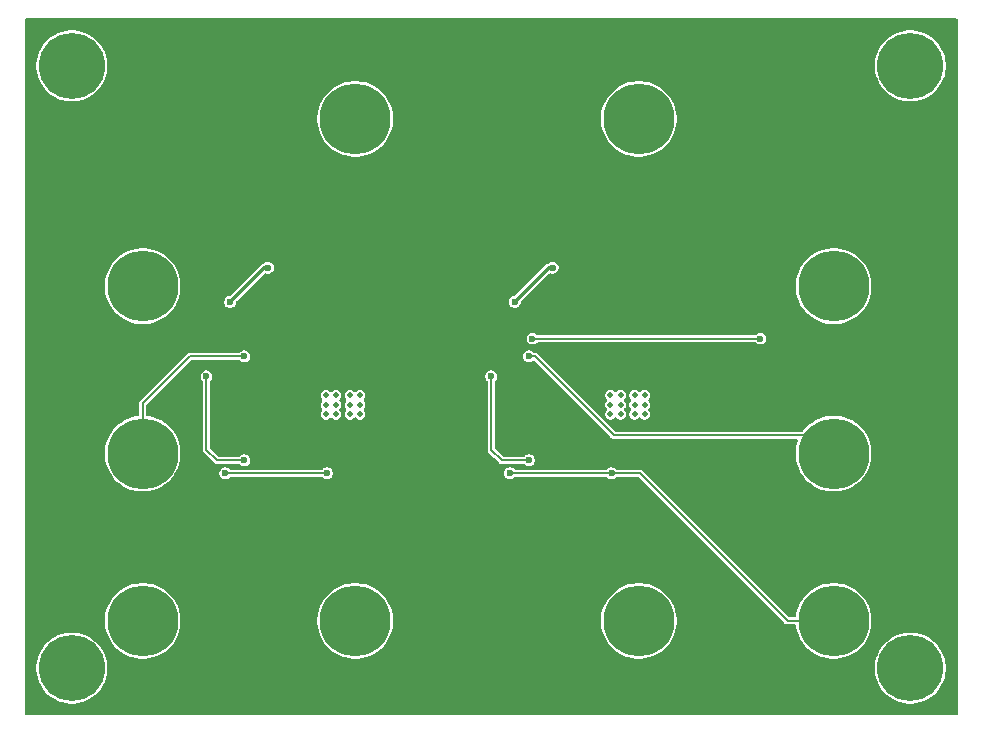
<source format=gbl>
%TF.GenerationSoftware,KiCad,Pcbnew,9.0.4*%
%TF.CreationDate,2025-10-02T17:53:37-07:00*%
%TF.ProjectId,PowerBoard,506f7765-7242-46f6-9172-642e6b696361,1*%
%TF.SameCoordinates,Original*%
%TF.FileFunction,Copper,L4,Bot*%
%TF.FilePolarity,Positive*%
%FSLAX46Y46*%
G04 Gerber Fmt 4.6, Leading zero omitted, Abs format (unit mm)*
G04 Created by KiCad (PCBNEW 9.0.4) date 2025-10-02 17:53:37*
%MOMM*%
%LPD*%
G01*
G04 APERTURE LIST*
%TA.AperFunction,ComponentPad*%
%ADD10C,0.499999*%
%TD*%
%TA.AperFunction,ComponentPad*%
%ADD11C,6.000000*%
%TD*%
%TA.AperFunction,ComponentPad*%
%ADD12C,5.600000*%
%TD*%
%TA.AperFunction,ViaPad*%
%ADD13C,0.600000*%
%TD*%
%TA.AperFunction,ViaPad*%
%ADD14C,0.500000*%
%TD*%
%TA.AperFunction,Conductor*%
%ADD15C,0.200000*%
%TD*%
%TA.AperFunction,Conductor*%
%ADD16C,0.300000*%
%TD*%
G04 APERTURE END LIST*
D10*
%TO.P,U12,24,IN*%
%TO.N,/Main/batt1_load_sw/IN*%
X161006446Y-106506750D03*
X161006446Y-105706751D03*
X161006446Y-104906750D03*
X160146445Y-106506750D03*
X160146445Y-105706751D03*
X160146445Y-104906750D03*
X158966447Y-106506750D03*
X158966447Y-105706751D03*
X158966447Y-104906750D03*
X158106446Y-106506750D03*
X158106446Y-105706751D03*
X158106446Y-104906750D03*
%TD*%
D11*
%TO.P,TP9,1,1*%
%TO.N,/Main/batt2_load_sw/IN*%
X136500000Y-124000000D03*
%TD*%
D12*
%TO.P,H1,1*%
%TO.N,N/C*%
X112500000Y-77000000D03*
%TD*%
D11*
%TO.P,TP11,1,1*%
%TO.N,VBUS*%
X136500000Y-81500000D03*
%TD*%
%TO.P,TP12,1,1*%
%TO.N,GND*%
X118500000Y-81500000D03*
%TD*%
%TO.P,TP7,1,1*%
%TO.N,/Main/batt1_load_sw/IN*%
X160500000Y-124000000D03*
%TD*%
D12*
%TO.P,H7,1*%
%TO.N,N/C*%
X183500000Y-128000000D03*
%TD*%
D11*
%TO.P,,1,1*%
%TO.N,GND*%
X177000000Y-81500000D03*
%TD*%
D12*
%TO.P,H2,1*%
%TO.N,N/C*%
X183500000Y-77000000D03*
%TD*%
D11*
%TO.P,TP15,1,1*%
%TO.N,/Main/BATT2.PGOOD*%
X118500000Y-124000000D03*
%TD*%
%TO.P,TP24,1,1*%
%TO.N,/Main/BATT1.EN*%
X177000000Y-95666667D03*
%TD*%
%TO.P,TP8,1,1*%
%TO.N,GND*%
X148500000Y-124000000D03*
%TD*%
%TO.P,TP19,1,1*%
%TO.N,/Main/BATT1.FLTn*%
X177000000Y-109833333D03*
%TD*%
%TO.P,TP20,1,1*%
%TO.N,/Main/BATT2.FLTn*%
X118500000Y-109833333D03*
%TD*%
%TO.P,TP11,1,1*%
%TO.N,N/C*%
X160500000Y-81500000D03*
%TD*%
D10*
%TO.P,U14,24,IN*%
%TO.N,/Main/batt2_load_sw/IN*%
X136906446Y-106506750D03*
X136906446Y-105706751D03*
X136906446Y-104906750D03*
X136046445Y-106506750D03*
X136046445Y-105706751D03*
X136046445Y-104906750D03*
X134866447Y-106506750D03*
X134866447Y-105706751D03*
X134866447Y-104906750D03*
X134006446Y-106506750D03*
X134006446Y-105706751D03*
X134006446Y-104906750D03*
%TD*%
D12*
%TO.P,H3,1*%
%TO.N,N/C*%
X112500000Y-128000000D03*
%TD*%
D11*
%TO.P,TP14,1,1*%
%TO.N,/Main/BATT1.PGOOD*%
X177000000Y-124000000D03*
%TD*%
%TO.P,TP25,1,1*%
%TO.N,/Main/BATT2.EN*%
X118500000Y-95666667D03*
%TD*%
D13*
%TO.N,GND*%
X171700000Y-94000000D03*
X171700000Y-95000000D03*
X147500000Y-94000000D03*
X147500000Y-95000000D03*
X131600000Y-90000000D03*
X131600000Y-96000000D03*
X155800000Y-90000000D03*
X155800000Y-96000000D03*
X156300000Y-110300000D03*
X132100000Y-110200000D03*
X169900000Y-101300000D03*
X125800000Y-99000000D03*
X149600000Y-99000000D03*
X170000000Y-90900000D03*
X126500000Y-93100000D03*
D14*
X128000000Y-109300000D03*
D13*
X145900000Y-90900000D03*
X169900000Y-98100000D03*
X141100000Y-101800000D03*
D14*
X152100000Y-109300000D03*
D13*
X126900000Y-113200000D03*
X149600000Y-98000000D03*
D14*
X152100000Y-104600000D03*
D13*
X139500000Y-103400000D03*
X165200000Y-101800000D03*
D14*
X128000000Y-104600000D03*
D13*
X125800000Y-98000000D03*
D14*
X128000000Y-106100000D03*
D13*
X169900000Y-103000000D03*
X145800000Y-103000000D03*
X145800000Y-98100000D03*
X163600000Y-103400000D03*
D14*
X152100000Y-106100000D03*
X152100000Y-102900000D03*
D13*
X151000000Y-113200000D03*
D14*
X128000000Y-102900000D03*
D13*
X150500000Y-93100000D03*
X145800000Y-101300000D03*
%TO.N,/Main/batt1_load_sw/EN_UVLO*%
X170800000Y-100100000D03*
X151500000Y-100100000D03*
%TO.N,Net-(U13-VS)*%
X153216447Y-94100000D03*
X150000000Y-97000000D03*
%TO.N,Net-(U15-VS)*%
X125900000Y-97000000D03*
X129116447Y-94100000D03*
%TO.N,/Main/BATT1.PGOOD*%
X158200000Y-111500000D03*
X149600000Y-111500000D03*
%TO.N,/Main/BATT1.FLTn*%
X151200000Y-101600000D03*
%TO.N,/Main/BATT2.PGOOD*%
X125500000Y-111500000D03*
X134100000Y-111500000D03*
%TO.N,/Main/BATT2.FLTn*%
X127100000Y-101600000D03*
%TO.N,/Main/batt1_load_sw/V_PULLUP*%
X148000000Y-103300000D03*
X151200000Y-110400000D03*
%TO.N,/Main/batt2_load_sw/V_PULLUP*%
X127100000Y-110400000D03*
X123900000Y-103300000D03*
%TD*%
D15*
%TO.N,/Main/batt1_load_sw/EN_UVLO*%
X170800000Y-100100000D02*
X151500000Y-100100000D01*
D16*
%TO.N,Net-(U13-VS)*%
X150000000Y-97000000D02*
X152900000Y-94100000D01*
X152900000Y-94100000D02*
X153216447Y-94100000D01*
%TO.N,Net-(U15-VS)*%
X125900000Y-97000000D02*
X128800000Y-94100000D01*
X128800000Y-94100000D02*
X129116447Y-94100000D01*
D15*
%TO.N,/Main/BATT1.PGOOD*%
X158200000Y-111500000D02*
X160600000Y-111500000D01*
X160600000Y-111500000D02*
X173100000Y-124000000D01*
X149600000Y-111500000D02*
X158200000Y-111500000D01*
X173100000Y-124000000D02*
X177000000Y-124000000D01*
%TO.N,/Main/BATT1.FLTn*%
X151700000Y-101600000D02*
X158400000Y-108300000D01*
X158400000Y-108300000D02*
X175700000Y-108300000D01*
X175700000Y-108300000D02*
X177000000Y-107000000D01*
X151200000Y-101600000D02*
X151700000Y-101600000D01*
%TO.N,/Main/BATT2.PGOOD*%
X125500000Y-111500000D02*
X134100000Y-111500000D01*
%TO.N,/Main/BATT2.FLTn*%
X127100000Y-101600000D02*
X122490693Y-101600000D01*
X118500000Y-105590693D02*
X118500000Y-109833333D01*
X122490693Y-101600000D02*
X118500000Y-105590693D01*
%TO.N,/Main/batt1_load_sw/V_PULLUP*%
X148000000Y-109514867D02*
X148885133Y-110400000D01*
X148000000Y-103300000D02*
X148000000Y-109514867D01*
X148885133Y-110400000D02*
X151200000Y-110400000D01*
%TO.N,/Main/batt2_load_sw/V_PULLUP*%
X123900000Y-103300000D02*
X123900000Y-109514867D01*
X124785133Y-110400000D02*
X127100000Y-110400000D01*
X123900000Y-109514867D02*
X124785133Y-110400000D01*
%TD*%
%TA.AperFunction,Conductor*%
%TO.N,GND*%
G36*
X187442539Y-73020185D02*
G01*
X187488294Y-73072989D01*
X187499500Y-73124500D01*
X187499500Y-131875500D01*
X187479815Y-131942539D01*
X187427011Y-131988294D01*
X187375500Y-131999500D01*
X108624500Y-131999500D01*
X108557461Y-131979815D01*
X108511706Y-131927011D01*
X108500500Y-131875500D01*
X108500500Y-127831491D01*
X109499500Y-127831491D01*
X109499500Y-128168508D01*
X109537231Y-128503381D01*
X109537233Y-128503397D01*
X109612223Y-128831953D01*
X109612227Y-128831965D01*
X109723532Y-129150054D01*
X109869752Y-129453683D01*
X109869754Y-129453686D01*
X110049054Y-129739039D01*
X110259175Y-130002523D01*
X110497477Y-130240825D01*
X110760961Y-130450946D01*
X111046314Y-130630246D01*
X111349949Y-130776469D01*
X111588848Y-130860063D01*
X111668034Y-130887772D01*
X111668046Y-130887776D01*
X111996606Y-130962767D01*
X112331492Y-131000499D01*
X112331493Y-131000500D01*
X112331496Y-131000500D01*
X112668507Y-131000500D01*
X112668507Y-131000499D01*
X113003394Y-130962767D01*
X113331954Y-130887776D01*
X113650051Y-130776469D01*
X113953686Y-130630246D01*
X114239039Y-130450946D01*
X114502523Y-130240825D01*
X114740825Y-130002523D01*
X114950946Y-129739039D01*
X115130246Y-129453686D01*
X115276469Y-129150051D01*
X115387776Y-128831954D01*
X115462767Y-128503394D01*
X115500500Y-128168504D01*
X115500500Y-127831496D01*
X115500499Y-127831491D01*
X180499500Y-127831491D01*
X180499500Y-128168508D01*
X180537231Y-128503381D01*
X180537233Y-128503397D01*
X180612223Y-128831953D01*
X180612227Y-128831965D01*
X180723532Y-129150054D01*
X180869752Y-129453683D01*
X180869754Y-129453686D01*
X181049054Y-129739039D01*
X181259175Y-130002523D01*
X181497477Y-130240825D01*
X181760961Y-130450946D01*
X182046314Y-130630246D01*
X182349949Y-130776469D01*
X182588848Y-130860063D01*
X182668034Y-130887772D01*
X182668046Y-130887776D01*
X182996606Y-130962767D01*
X183331492Y-131000499D01*
X183331493Y-131000500D01*
X183331496Y-131000500D01*
X183668507Y-131000500D01*
X183668507Y-131000499D01*
X184003394Y-130962767D01*
X184331954Y-130887776D01*
X184650051Y-130776469D01*
X184953686Y-130630246D01*
X185239039Y-130450946D01*
X185502523Y-130240825D01*
X185740825Y-130002523D01*
X185950946Y-129739039D01*
X186130246Y-129453686D01*
X186276469Y-129150051D01*
X186387776Y-128831954D01*
X186462767Y-128503394D01*
X186500500Y-128168504D01*
X186500500Y-127831496D01*
X186462767Y-127496606D01*
X186387776Y-127168046D01*
X186385048Y-127160251D01*
X186315514Y-126961534D01*
X186276469Y-126849949D01*
X186130246Y-126546314D01*
X185950946Y-126260961D01*
X185740825Y-125997477D01*
X185502523Y-125759175D01*
X185239039Y-125549054D01*
X184953686Y-125369754D01*
X184953683Y-125369752D01*
X184650054Y-125223532D01*
X184331965Y-125112227D01*
X184331953Y-125112223D01*
X184003397Y-125037233D01*
X184003381Y-125037231D01*
X183668508Y-124999500D01*
X183668504Y-124999500D01*
X183331496Y-124999500D01*
X183331491Y-124999500D01*
X182996618Y-125037231D01*
X182996602Y-125037233D01*
X182668046Y-125112223D01*
X182668034Y-125112227D01*
X182349945Y-125223532D01*
X182046316Y-125369752D01*
X181760962Y-125549053D01*
X181497477Y-125759174D01*
X181259174Y-125997477D01*
X181049053Y-126260962D01*
X180869752Y-126546316D01*
X180723532Y-126849945D01*
X180612227Y-127168034D01*
X180612223Y-127168046D01*
X180537233Y-127496602D01*
X180537231Y-127496618D01*
X180499500Y-127831491D01*
X115500499Y-127831491D01*
X115462767Y-127496606D01*
X115387776Y-127168046D01*
X115385048Y-127160251D01*
X115315514Y-126961534D01*
X115276469Y-126849949D01*
X115130246Y-126546314D01*
X114950946Y-126260961D01*
X114740825Y-125997477D01*
X114502523Y-125759175D01*
X114239039Y-125549054D01*
X113953686Y-125369754D01*
X113953683Y-125369752D01*
X113650054Y-125223532D01*
X113331965Y-125112227D01*
X113331953Y-125112223D01*
X113003397Y-125037233D01*
X113003381Y-125037231D01*
X112668508Y-124999500D01*
X112668504Y-124999500D01*
X112331496Y-124999500D01*
X112331491Y-124999500D01*
X111996618Y-125037231D01*
X111996602Y-125037233D01*
X111668046Y-125112223D01*
X111668034Y-125112227D01*
X111349945Y-125223532D01*
X111046316Y-125369752D01*
X110760962Y-125549053D01*
X110497477Y-125759174D01*
X110259174Y-125997477D01*
X110049053Y-126260962D01*
X109869752Y-126546316D01*
X109723532Y-126849945D01*
X109612227Y-127168034D01*
X109612223Y-127168046D01*
X109537233Y-127496602D01*
X109537231Y-127496618D01*
X109499500Y-127831491D01*
X108500500Y-127831491D01*
X108500500Y-123820259D01*
X115299500Y-123820259D01*
X115299500Y-124179740D01*
X115339746Y-124536935D01*
X115339748Y-124536951D01*
X115419737Y-124887407D01*
X115419741Y-124887419D01*
X115538465Y-125226711D01*
X115694432Y-125550579D01*
X115694434Y-125550582D01*
X115885685Y-125854956D01*
X116109812Y-126136003D01*
X116363997Y-126390188D01*
X116645044Y-126614315D01*
X116949418Y-126805566D01*
X117273292Y-126961536D01*
X117528119Y-127050703D01*
X117612580Y-127080258D01*
X117612592Y-127080262D01*
X117963052Y-127160252D01*
X118320260Y-127200499D01*
X118320261Y-127200500D01*
X118320264Y-127200500D01*
X118679739Y-127200500D01*
X118679739Y-127200499D01*
X119036948Y-127160252D01*
X119387408Y-127080262D01*
X119726708Y-126961536D01*
X120050582Y-126805566D01*
X120354956Y-126614315D01*
X120636003Y-126390188D01*
X120890188Y-126136003D01*
X121114315Y-125854956D01*
X121305566Y-125550582D01*
X121461536Y-125226708D01*
X121580262Y-124887408D01*
X121660252Y-124536948D01*
X121700500Y-124179736D01*
X121700500Y-123820264D01*
X121700499Y-123820259D01*
X133299500Y-123820259D01*
X133299500Y-124179740D01*
X133339746Y-124536935D01*
X133339748Y-124536951D01*
X133419737Y-124887407D01*
X133419741Y-124887419D01*
X133538465Y-125226711D01*
X133694432Y-125550579D01*
X133694434Y-125550582D01*
X133885685Y-125854956D01*
X134109812Y-126136003D01*
X134363997Y-126390188D01*
X134645044Y-126614315D01*
X134949418Y-126805566D01*
X135273292Y-126961536D01*
X135528119Y-127050703D01*
X135612580Y-127080258D01*
X135612592Y-127080262D01*
X135963052Y-127160252D01*
X136320260Y-127200499D01*
X136320261Y-127200500D01*
X136320264Y-127200500D01*
X136679739Y-127200500D01*
X136679739Y-127200499D01*
X137036948Y-127160252D01*
X137387408Y-127080262D01*
X137726708Y-126961536D01*
X138050582Y-126805566D01*
X138354956Y-126614315D01*
X138636003Y-126390188D01*
X138890188Y-126136003D01*
X139114315Y-125854956D01*
X139305566Y-125550582D01*
X139461536Y-125226708D01*
X139580262Y-124887408D01*
X139660252Y-124536948D01*
X139700500Y-124179736D01*
X139700500Y-123820264D01*
X139700499Y-123820259D01*
X157299500Y-123820259D01*
X157299500Y-124179740D01*
X157339746Y-124536935D01*
X157339748Y-124536951D01*
X157419737Y-124887407D01*
X157419741Y-124887419D01*
X157538465Y-125226711D01*
X157694432Y-125550579D01*
X157694434Y-125550582D01*
X157885685Y-125854956D01*
X158109812Y-126136003D01*
X158363997Y-126390188D01*
X158645044Y-126614315D01*
X158949418Y-126805566D01*
X159273292Y-126961536D01*
X159528119Y-127050703D01*
X159612580Y-127080258D01*
X159612592Y-127080262D01*
X159963052Y-127160252D01*
X160320260Y-127200499D01*
X160320261Y-127200500D01*
X160320264Y-127200500D01*
X160679739Y-127200500D01*
X160679739Y-127200499D01*
X161036948Y-127160252D01*
X161387408Y-127080262D01*
X161726708Y-126961536D01*
X162050582Y-126805566D01*
X162354956Y-126614315D01*
X162636003Y-126390188D01*
X162890188Y-126136003D01*
X163114315Y-125854956D01*
X163305566Y-125550582D01*
X163461536Y-125226708D01*
X163580262Y-124887408D01*
X163660252Y-124536948D01*
X163700500Y-124179736D01*
X163700500Y-123820264D01*
X163660252Y-123463052D01*
X163580262Y-123112592D01*
X163461536Y-122773292D01*
X163305566Y-122449418D01*
X163114315Y-122145044D01*
X162890188Y-121863997D01*
X162636003Y-121609812D01*
X162354956Y-121385685D01*
X162050582Y-121194434D01*
X162050579Y-121194432D01*
X161726711Y-121038465D01*
X161387419Y-120919741D01*
X161387407Y-120919737D01*
X161036951Y-120839748D01*
X161036935Y-120839746D01*
X160679740Y-120799500D01*
X160679736Y-120799500D01*
X160320264Y-120799500D01*
X160320259Y-120799500D01*
X159963064Y-120839746D01*
X159963048Y-120839748D01*
X159612592Y-120919737D01*
X159612580Y-120919741D01*
X159273288Y-121038465D01*
X158949420Y-121194432D01*
X158645045Y-121385684D01*
X158363997Y-121609811D01*
X158109811Y-121863997D01*
X157885684Y-122145045D01*
X157694432Y-122449420D01*
X157538465Y-122773288D01*
X157419741Y-123112580D01*
X157419737Y-123112592D01*
X157339748Y-123463048D01*
X157339746Y-123463064D01*
X157299500Y-123820259D01*
X139700499Y-123820259D01*
X139660252Y-123463052D01*
X139580262Y-123112592D01*
X139461536Y-122773292D01*
X139305566Y-122449418D01*
X139114315Y-122145044D01*
X138890188Y-121863997D01*
X138636003Y-121609812D01*
X138354956Y-121385685D01*
X138050582Y-121194434D01*
X138050579Y-121194432D01*
X137726711Y-121038465D01*
X137387419Y-120919741D01*
X137387407Y-120919737D01*
X137036951Y-120839748D01*
X137036935Y-120839746D01*
X136679740Y-120799500D01*
X136679736Y-120799500D01*
X136320264Y-120799500D01*
X136320259Y-120799500D01*
X135963064Y-120839746D01*
X135963048Y-120839748D01*
X135612592Y-120919737D01*
X135612580Y-120919741D01*
X135273288Y-121038465D01*
X134949420Y-121194432D01*
X134645045Y-121385684D01*
X134363997Y-121609811D01*
X134109811Y-121863997D01*
X133885684Y-122145045D01*
X133694432Y-122449420D01*
X133538465Y-122773288D01*
X133419741Y-123112580D01*
X133419737Y-123112592D01*
X133339748Y-123463048D01*
X133339746Y-123463064D01*
X133299500Y-123820259D01*
X121700499Y-123820259D01*
X121660252Y-123463052D01*
X121580262Y-123112592D01*
X121461536Y-122773292D01*
X121305566Y-122449418D01*
X121114315Y-122145044D01*
X120890188Y-121863997D01*
X120636003Y-121609812D01*
X120354956Y-121385685D01*
X120050582Y-121194434D01*
X120050579Y-121194432D01*
X119726711Y-121038465D01*
X119387419Y-120919741D01*
X119387407Y-120919737D01*
X119036951Y-120839748D01*
X119036935Y-120839746D01*
X118679740Y-120799500D01*
X118679736Y-120799500D01*
X118320264Y-120799500D01*
X118320259Y-120799500D01*
X117963064Y-120839746D01*
X117963048Y-120839748D01*
X117612592Y-120919737D01*
X117612580Y-120919741D01*
X117273288Y-121038465D01*
X116949420Y-121194432D01*
X116645045Y-121385684D01*
X116363997Y-121609811D01*
X116109811Y-121863997D01*
X115885684Y-122145045D01*
X115694432Y-122449420D01*
X115538465Y-122773288D01*
X115419741Y-123112580D01*
X115419737Y-123112592D01*
X115339748Y-123463048D01*
X115339746Y-123463064D01*
X115299500Y-123820259D01*
X108500500Y-123820259D01*
X108500500Y-109653592D01*
X115299500Y-109653592D01*
X115299500Y-110013073D01*
X115339746Y-110370268D01*
X115339748Y-110370284D01*
X115419737Y-110720740D01*
X115419741Y-110720752D01*
X115538465Y-111060044D01*
X115694432Y-111383912D01*
X115694434Y-111383915D01*
X115885685Y-111688289D01*
X116109812Y-111969336D01*
X116363997Y-112223521D01*
X116645044Y-112447648D01*
X116949418Y-112638899D01*
X117273292Y-112794869D01*
X117528119Y-112884036D01*
X117612580Y-112913591D01*
X117612592Y-112913595D01*
X117963052Y-112993585D01*
X118320260Y-113033832D01*
X118320261Y-113033833D01*
X118320264Y-113033833D01*
X118679739Y-113033833D01*
X118679739Y-113033832D01*
X119036948Y-112993585D01*
X119387408Y-112913595D01*
X119726708Y-112794869D01*
X120050582Y-112638899D01*
X120354956Y-112447648D01*
X120636003Y-112223521D01*
X120890188Y-111969336D01*
X121114315Y-111688289D01*
X121274028Y-111434108D01*
X124999500Y-111434108D01*
X124999500Y-111565891D01*
X125033608Y-111693187D01*
X125066554Y-111750250D01*
X125099500Y-111807314D01*
X125192686Y-111900500D01*
X125306814Y-111966392D01*
X125434108Y-112000500D01*
X125434110Y-112000500D01*
X125565890Y-112000500D01*
X125565892Y-112000500D01*
X125693186Y-111966392D01*
X125807314Y-111900500D01*
X125870995Y-111836819D01*
X125932318Y-111803334D01*
X125958676Y-111800500D01*
X133641324Y-111800500D01*
X133708363Y-111820185D01*
X133729005Y-111836819D01*
X133792686Y-111900500D01*
X133906814Y-111966392D01*
X134034108Y-112000500D01*
X134034110Y-112000500D01*
X134165890Y-112000500D01*
X134165892Y-112000500D01*
X134293186Y-111966392D01*
X134407314Y-111900500D01*
X134500500Y-111807314D01*
X134566392Y-111693186D01*
X134600500Y-111565892D01*
X134600500Y-111434108D01*
X149099500Y-111434108D01*
X149099500Y-111565891D01*
X149133608Y-111693187D01*
X149166554Y-111750250D01*
X149199500Y-111807314D01*
X149292686Y-111900500D01*
X149406814Y-111966392D01*
X149534108Y-112000500D01*
X149534110Y-112000500D01*
X149665890Y-112000500D01*
X149665892Y-112000500D01*
X149793186Y-111966392D01*
X149907314Y-111900500D01*
X149970995Y-111836819D01*
X150032318Y-111803334D01*
X150058676Y-111800500D01*
X157741324Y-111800500D01*
X157808363Y-111820185D01*
X157829005Y-111836819D01*
X157892686Y-111900500D01*
X158006814Y-111966392D01*
X158134108Y-112000500D01*
X158134110Y-112000500D01*
X158265890Y-112000500D01*
X158265892Y-112000500D01*
X158393186Y-111966392D01*
X158507314Y-111900500D01*
X158570995Y-111836819D01*
X158632318Y-111803334D01*
X158658676Y-111800500D01*
X160424167Y-111800500D01*
X160491206Y-111820185D01*
X160511848Y-111836819D01*
X172915489Y-124240460D01*
X172984012Y-124280022D01*
X173060438Y-124300500D01*
X173702294Y-124300500D01*
X173769333Y-124320185D01*
X173815088Y-124372989D01*
X173825514Y-124410617D01*
X173839745Y-124536934D01*
X173839748Y-124536951D01*
X173919737Y-124887407D01*
X173919741Y-124887419D01*
X174038465Y-125226711D01*
X174194432Y-125550579D01*
X174194434Y-125550582D01*
X174385685Y-125854956D01*
X174609812Y-126136003D01*
X174863997Y-126390188D01*
X175145044Y-126614315D01*
X175449418Y-126805566D01*
X175773292Y-126961536D01*
X176028119Y-127050703D01*
X176112580Y-127080258D01*
X176112592Y-127080262D01*
X176463052Y-127160252D01*
X176820260Y-127200499D01*
X176820261Y-127200500D01*
X176820264Y-127200500D01*
X177179739Y-127200500D01*
X177179739Y-127200499D01*
X177536948Y-127160252D01*
X177887408Y-127080262D01*
X178226708Y-126961536D01*
X178550582Y-126805566D01*
X178854956Y-126614315D01*
X179136003Y-126390188D01*
X179390188Y-126136003D01*
X179614315Y-125854956D01*
X179805566Y-125550582D01*
X179961536Y-125226708D01*
X180080262Y-124887408D01*
X180160252Y-124536948D01*
X180200500Y-124179736D01*
X180200500Y-123820264D01*
X180160252Y-123463052D01*
X180080262Y-123112592D01*
X179961536Y-122773292D01*
X179805566Y-122449418D01*
X179614315Y-122145044D01*
X179390188Y-121863997D01*
X179136003Y-121609812D01*
X178854956Y-121385685D01*
X178550582Y-121194434D01*
X178550579Y-121194432D01*
X178226711Y-121038465D01*
X177887419Y-120919741D01*
X177887407Y-120919737D01*
X177536951Y-120839748D01*
X177536935Y-120839746D01*
X177179740Y-120799500D01*
X177179736Y-120799500D01*
X176820264Y-120799500D01*
X176820259Y-120799500D01*
X176463064Y-120839746D01*
X176463048Y-120839748D01*
X176112592Y-120919737D01*
X176112580Y-120919741D01*
X175773288Y-121038465D01*
X175449420Y-121194432D01*
X175145045Y-121385684D01*
X174863997Y-121609811D01*
X174609811Y-121863997D01*
X174385684Y-122145045D01*
X174194432Y-122449420D01*
X174038465Y-122773288D01*
X173919741Y-123112580D01*
X173919737Y-123112592D01*
X173839748Y-123463048D01*
X173839745Y-123463065D01*
X173825514Y-123589383D01*
X173798448Y-123653797D01*
X173740853Y-123693352D01*
X173702294Y-123699500D01*
X173275833Y-123699500D01*
X173208794Y-123679815D01*
X173188152Y-123663181D01*
X160784512Y-111259541D01*
X160784507Y-111259537D01*
X160775065Y-111254086D01*
X160775064Y-111254086D01*
X160715991Y-111219980D01*
X160715990Y-111219979D01*
X160690513Y-111213152D01*
X160639562Y-111199500D01*
X160639560Y-111199500D01*
X158658676Y-111199500D01*
X158591637Y-111179815D01*
X158570995Y-111163181D01*
X158507316Y-111099502D01*
X158507314Y-111099500D01*
X158450250Y-111066554D01*
X158393187Y-111033608D01*
X158329539Y-111016554D01*
X158265892Y-110999500D01*
X158134108Y-110999500D01*
X158006812Y-111033608D01*
X157892686Y-111099500D01*
X157892683Y-111099502D01*
X157829005Y-111163181D01*
X157767682Y-111196666D01*
X157741324Y-111199500D01*
X150058676Y-111199500D01*
X149991637Y-111179815D01*
X149970995Y-111163181D01*
X149907316Y-111099502D01*
X149907314Y-111099500D01*
X149850250Y-111066554D01*
X149793187Y-111033608D01*
X149729539Y-111016554D01*
X149665892Y-110999500D01*
X149534108Y-110999500D01*
X149406812Y-111033608D01*
X149292686Y-111099500D01*
X149292683Y-111099502D01*
X149199502Y-111192683D01*
X149199500Y-111192686D01*
X149133608Y-111306812D01*
X149099500Y-111434108D01*
X134600500Y-111434108D01*
X134566392Y-111306814D01*
X134500500Y-111192686D01*
X134407314Y-111099500D01*
X134350250Y-111066554D01*
X134293187Y-111033608D01*
X134229539Y-111016554D01*
X134165892Y-110999500D01*
X134034108Y-110999500D01*
X133906812Y-111033608D01*
X133792686Y-111099500D01*
X133792683Y-111099502D01*
X133729005Y-111163181D01*
X133667682Y-111196666D01*
X133641324Y-111199500D01*
X125958676Y-111199500D01*
X125891637Y-111179815D01*
X125870995Y-111163181D01*
X125807316Y-111099502D01*
X125807314Y-111099500D01*
X125750250Y-111066554D01*
X125693187Y-111033608D01*
X125629539Y-111016554D01*
X125565892Y-110999500D01*
X125434108Y-110999500D01*
X125306812Y-111033608D01*
X125192686Y-111099500D01*
X125192683Y-111099502D01*
X125099502Y-111192683D01*
X125099500Y-111192686D01*
X125033608Y-111306812D01*
X124999500Y-111434108D01*
X121274028Y-111434108D01*
X121305566Y-111383915D01*
X121305569Y-111383909D01*
X121311218Y-111372180D01*
X121311218Y-111372179D01*
X121354162Y-111283003D01*
X121461536Y-111060041D01*
X121580262Y-110720741D01*
X121660252Y-110370281D01*
X121700500Y-110013069D01*
X121700500Y-109653597D01*
X121660252Y-109296385D01*
X121580262Y-108945925D01*
X121461536Y-108606625D01*
X121305566Y-108282751D01*
X121114315Y-107978377D01*
X120890188Y-107697330D01*
X120636003Y-107443145D01*
X120354956Y-107219018D01*
X120050582Y-107027767D01*
X120050579Y-107027765D01*
X119726711Y-106871798D01*
X119387419Y-106753074D01*
X119387407Y-106753070D01*
X119036951Y-106673081D01*
X119036935Y-106673079D01*
X118910616Y-106658846D01*
X118846202Y-106631779D01*
X118806647Y-106574184D01*
X118800500Y-106535626D01*
X118800500Y-105766526D01*
X118820185Y-105699487D01*
X118836819Y-105678845D01*
X121281556Y-103234108D01*
X123399500Y-103234108D01*
X123399500Y-103365891D01*
X123433608Y-103493187D01*
X123466554Y-103550250D01*
X123499500Y-103607314D01*
X123499502Y-103607316D01*
X123563181Y-103670995D01*
X123596666Y-103732318D01*
X123599500Y-103758676D01*
X123599500Y-109554429D01*
X123609739Y-109592642D01*
X123619979Y-109630858D01*
X123619981Y-109630861D01*
X123647698Y-109678867D01*
X123647700Y-109678869D01*
X123659542Y-109699381D01*
X123659543Y-109699382D01*
X124166974Y-110206812D01*
X124544673Y-110584511D01*
X124600622Y-110640460D01*
X124600624Y-110640461D01*
X124600628Y-110640464D01*
X124669137Y-110680017D01*
X124669144Y-110680021D01*
X124745571Y-110700500D01*
X124824695Y-110700500D01*
X126641324Y-110700500D01*
X126708363Y-110720185D01*
X126729005Y-110736819D01*
X126792686Y-110800500D01*
X126906814Y-110866392D01*
X127034108Y-110900500D01*
X127034110Y-110900500D01*
X127165890Y-110900500D01*
X127165892Y-110900500D01*
X127293186Y-110866392D01*
X127407314Y-110800500D01*
X127500500Y-110707314D01*
X127566392Y-110593186D01*
X127600500Y-110465892D01*
X127600500Y-110334108D01*
X127566392Y-110206814D01*
X127500500Y-110092686D01*
X127407314Y-109999500D01*
X127350250Y-109966554D01*
X127293187Y-109933608D01*
X127229539Y-109916554D01*
X127165892Y-109899500D01*
X127034108Y-109899500D01*
X126906812Y-109933608D01*
X126792686Y-109999500D01*
X126792683Y-109999502D01*
X126729005Y-110063181D01*
X126667682Y-110096666D01*
X126641324Y-110099500D01*
X124960966Y-110099500D01*
X124893927Y-110079815D01*
X124873285Y-110063181D01*
X124236819Y-109426715D01*
X124203334Y-109365392D01*
X124200500Y-109339034D01*
X124200500Y-104847441D01*
X133555947Y-104847441D01*
X133555947Y-104966059D01*
X133576445Y-105042559D01*
X133586648Y-105080637D01*
X133586651Y-105080642D01*
X133645952Y-105183356D01*
X133645958Y-105183364D01*
X133681663Y-105219069D01*
X133715148Y-105280392D01*
X133710164Y-105350084D01*
X133681664Y-105394430D01*
X133645958Y-105430136D01*
X133645952Y-105430144D01*
X133586651Y-105532858D01*
X133586648Y-105532863D01*
X133571297Y-105590153D01*
X133555947Y-105647442D01*
X133555947Y-105766060D01*
X133576445Y-105842560D01*
X133586648Y-105880638D01*
X133586651Y-105880643D01*
X133645952Y-105983357D01*
X133645958Y-105983365D01*
X133681662Y-106019069D01*
X133715147Y-106080392D01*
X133710163Y-106150084D01*
X133681663Y-106194430D01*
X133645958Y-106230135D01*
X133645952Y-106230143D01*
X133586651Y-106332857D01*
X133586648Y-106332862D01*
X133571297Y-106390152D01*
X133555947Y-106447441D01*
X133555947Y-106566059D01*
X133565756Y-106602665D01*
X133586648Y-106680637D01*
X133586651Y-106680642D01*
X133645952Y-106783356D01*
X133645956Y-106783361D01*
X133645957Y-106783363D01*
X133729833Y-106867239D01*
X133729835Y-106867240D01*
X133729839Y-106867243D01*
X133737729Y-106871798D01*
X133832560Y-106926548D01*
X133947137Y-106957249D01*
X133947140Y-106957249D01*
X134065752Y-106957249D01*
X134065755Y-106957249D01*
X134180332Y-106926548D01*
X134283059Y-106867239D01*
X134348768Y-106801529D01*
X134410087Y-106768047D01*
X134479779Y-106773031D01*
X134524127Y-106801532D01*
X134589834Y-106867239D01*
X134589836Y-106867240D01*
X134589840Y-106867243D01*
X134597730Y-106871798D01*
X134692561Y-106926548D01*
X134807138Y-106957249D01*
X134807141Y-106957249D01*
X134925753Y-106957249D01*
X134925756Y-106957249D01*
X135040333Y-106926548D01*
X135143060Y-106867239D01*
X135226936Y-106783363D01*
X135286245Y-106680636D01*
X135316946Y-106566059D01*
X135316946Y-106447441D01*
X135286245Y-106332864D01*
X135286241Y-106332857D01*
X135226940Y-106230143D01*
X135226934Y-106230135D01*
X135191230Y-106194431D01*
X135157745Y-106133108D01*
X135162729Y-106063416D01*
X135191229Y-106019070D01*
X135226936Y-105983364D01*
X135286245Y-105880637D01*
X135316946Y-105766060D01*
X135316946Y-105647442D01*
X135286245Y-105532865D01*
X135252662Y-105474697D01*
X135226940Y-105430144D01*
X135226934Y-105430136D01*
X135191229Y-105394431D01*
X135157744Y-105333108D01*
X135162728Y-105263416D01*
X135191228Y-105219070D01*
X135226936Y-105183363D01*
X135286245Y-105080636D01*
X135316946Y-104966059D01*
X135316946Y-104847441D01*
X135595946Y-104847441D01*
X135595946Y-104966059D01*
X135616444Y-105042559D01*
X135626647Y-105080637D01*
X135626650Y-105080642D01*
X135685951Y-105183356D01*
X135685957Y-105183364D01*
X135721662Y-105219069D01*
X135755147Y-105280392D01*
X135750163Y-105350084D01*
X135721663Y-105394430D01*
X135685957Y-105430136D01*
X135685951Y-105430144D01*
X135626650Y-105532858D01*
X135626647Y-105532863D01*
X135611296Y-105590153D01*
X135595946Y-105647442D01*
X135595946Y-105766060D01*
X135616444Y-105842560D01*
X135626647Y-105880638D01*
X135626650Y-105880643D01*
X135685951Y-105983357D01*
X135685957Y-105983365D01*
X135721661Y-106019069D01*
X135755146Y-106080392D01*
X135750162Y-106150084D01*
X135721662Y-106194430D01*
X135685957Y-106230135D01*
X135685951Y-106230143D01*
X135626650Y-106332857D01*
X135626647Y-106332862D01*
X135611296Y-106390152D01*
X135595946Y-106447441D01*
X135595946Y-106566059D01*
X135605755Y-106602665D01*
X135626647Y-106680637D01*
X135626650Y-106680642D01*
X135685951Y-106783356D01*
X135685955Y-106783361D01*
X135685956Y-106783363D01*
X135769832Y-106867239D01*
X135769834Y-106867240D01*
X135769838Y-106867243D01*
X135777728Y-106871798D01*
X135872559Y-106926548D01*
X135987136Y-106957249D01*
X135987139Y-106957249D01*
X136105751Y-106957249D01*
X136105754Y-106957249D01*
X136220331Y-106926548D01*
X136323058Y-106867239D01*
X136388767Y-106801529D01*
X136450086Y-106768047D01*
X136519778Y-106773031D01*
X136564126Y-106801532D01*
X136629833Y-106867239D01*
X136629835Y-106867240D01*
X136629839Y-106867243D01*
X136637729Y-106871798D01*
X136732560Y-106926548D01*
X136847137Y-106957249D01*
X136847140Y-106957249D01*
X136965752Y-106957249D01*
X136965755Y-106957249D01*
X137080332Y-106926548D01*
X137183059Y-106867239D01*
X137266935Y-106783363D01*
X137326244Y-106680636D01*
X137356945Y-106566059D01*
X137356945Y-106447441D01*
X137326244Y-106332864D01*
X137326240Y-106332857D01*
X137266939Y-106230143D01*
X137266933Y-106230135D01*
X137231229Y-106194431D01*
X137197744Y-106133108D01*
X137202728Y-106063416D01*
X137231228Y-106019070D01*
X137266935Y-105983364D01*
X137326244Y-105880637D01*
X137356945Y-105766060D01*
X137356945Y-105647442D01*
X137326244Y-105532865D01*
X137292661Y-105474697D01*
X137266939Y-105430144D01*
X137266933Y-105430136D01*
X137231228Y-105394431D01*
X137197743Y-105333108D01*
X137202727Y-105263416D01*
X137231227Y-105219070D01*
X137266935Y-105183363D01*
X137326244Y-105080636D01*
X137356945Y-104966059D01*
X137356945Y-104847441D01*
X137326244Y-104732864D01*
X137326240Y-104732857D01*
X137266939Y-104630143D01*
X137266933Y-104630135D01*
X137183060Y-104546262D01*
X137183052Y-104546256D01*
X137080338Y-104486955D01*
X137080333Y-104486952D01*
X137051687Y-104479276D01*
X136965755Y-104456251D01*
X136847137Y-104456251D01*
X136778390Y-104474671D01*
X136732558Y-104486952D01*
X136732553Y-104486955D01*
X136629839Y-104546256D01*
X136629835Y-104546259D01*
X136564126Y-104611968D01*
X136502802Y-104645452D01*
X136433111Y-104640467D01*
X136388764Y-104611967D01*
X136323059Y-104546262D01*
X136323051Y-104546256D01*
X136220337Y-104486955D01*
X136220332Y-104486952D01*
X136191686Y-104479276D01*
X136105754Y-104456251D01*
X135987136Y-104456251D01*
X135918389Y-104474671D01*
X135872557Y-104486952D01*
X135872552Y-104486955D01*
X135769838Y-104546256D01*
X135769830Y-104546262D01*
X135685957Y-104630135D01*
X135685951Y-104630143D01*
X135626650Y-104732857D01*
X135626647Y-104732862D01*
X135611296Y-104790152D01*
X135595946Y-104847441D01*
X135316946Y-104847441D01*
X135286245Y-104732864D01*
X135286241Y-104732857D01*
X135226940Y-104630143D01*
X135226934Y-104630135D01*
X135143061Y-104546262D01*
X135143053Y-104546256D01*
X135040339Y-104486955D01*
X135040334Y-104486952D01*
X135011688Y-104479276D01*
X134925756Y-104456251D01*
X134807138Y-104456251D01*
X134738391Y-104474671D01*
X134692559Y-104486952D01*
X134692554Y-104486955D01*
X134589840Y-104546256D01*
X134589836Y-104546259D01*
X134524127Y-104611968D01*
X134462803Y-104645452D01*
X134393112Y-104640467D01*
X134348765Y-104611967D01*
X134283060Y-104546262D01*
X134283052Y-104546256D01*
X134180338Y-104486955D01*
X134180333Y-104486952D01*
X134151687Y-104479276D01*
X134065755Y-104456251D01*
X133947137Y-104456251D01*
X133878390Y-104474671D01*
X133832558Y-104486952D01*
X133832553Y-104486955D01*
X133729839Y-104546256D01*
X133729831Y-104546262D01*
X133645958Y-104630135D01*
X133645952Y-104630143D01*
X133586651Y-104732857D01*
X133586648Y-104732862D01*
X133571297Y-104790152D01*
X133555947Y-104847441D01*
X124200500Y-104847441D01*
X124200500Y-103758676D01*
X124220185Y-103691637D01*
X124236819Y-103670995D01*
X124300500Y-103607314D01*
X124366392Y-103493186D01*
X124400500Y-103365892D01*
X124400500Y-103234108D01*
X147499500Y-103234108D01*
X147499500Y-103365891D01*
X147533608Y-103493187D01*
X147566554Y-103550250D01*
X147599500Y-103607314D01*
X147599502Y-103607316D01*
X147663181Y-103670995D01*
X147696666Y-103732318D01*
X147699500Y-103758676D01*
X147699500Y-109554429D01*
X147709739Y-109592642D01*
X147719979Y-109630858D01*
X147719981Y-109630861D01*
X147747698Y-109678867D01*
X147747700Y-109678869D01*
X147759542Y-109699381D01*
X147759543Y-109699382D01*
X148266974Y-110206812D01*
X148644673Y-110584511D01*
X148700622Y-110640460D01*
X148700624Y-110640461D01*
X148700628Y-110640464D01*
X148769137Y-110680017D01*
X148769144Y-110680021D01*
X148845571Y-110700500D01*
X150741324Y-110700500D01*
X150808363Y-110720185D01*
X150829005Y-110736819D01*
X150892686Y-110800500D01*
X151006814Y-110866392D01*
X151134108Y-110900500D01*
X151134110Y-110900500D01*
X151265890Y-110900500D01*
X151265892Y-110900500D01*
X151393186Y-110866392D01*
X151507314Y-110800500D01*
X151600500Y-110707314D01*
X151666392Y-110593186D01*
X151700500Y-110465892D01*
X151700500Y-110334108D01*
X151666392Y-110206814D01*
X151600500Y-110092686D01*
X151507314Y-109999500D01*
X151450250Y-109966554D01*
X151393187Y-109933608D01*
X151329539Y-109916554D01*
X151265892Y-109899500D01*
X151134108Y-109899500D01*
X151006812Y-109933608D01*
X150892686Y-109999500D01*
X150892683Y-109999502D01*
X150829005Y-110063181D01*
X150767682Y-110096666D01*
X150741324Y-110099500D01*
X149060966Y-110099500D01*
X148993927Y-110079815D01*
X148973285Y-110063181D01*
X148336819Y-109426715D01*
X148303334Y-109365392D01*
X148300500Y-109339034D01*
X148300500Y-103758676D01*
X148320185Y-103691637D01*
X148336819Y-103670995D01*
X148400500Y-103607314D01*
X148466392Y-103493186D01*
X148500500Y-103365892D01*
X148500500Y-103234108D01*
X148466392Y-103106814D01*
X148400500Y-102992686D01*
X148307314Y-102899500D01*
X148250250Y-102866554D01*
X148193187Y-102833608D01*
X148129539Y-102816554D01*
X148065892Y-102799500D01*
X147934108Y-102799500D01*
X147806812Y-102833608D01*
X147692686Y-102899500D01*
X147692683Y-102899502D01*
X147599502Y-102992683D01*
X147599500Y-102992686D01*
X147533608Y-103106812D01*
X147499500Y-103234108D01*
X124400500Y-103234108D01*
X124366392Y-103106814D01*
X124300500Y-102992686D01*
X124207314Y-102899500D01*
X124150250Y-102866554D01*
X124093187Y-102833608D01*
X124029539Y-102816554D01*
X123965892Y-102799500D01*
X123834108Y-102799500D01*
X123706812Y-102833608D01*
X123592686Y-102899500D01*
X123592683Y-102899502D01*
X123499502Y-102992683D01*
X123499500Y-102992686D01*
X123433608Y-103106812D01*
X123399500Y-103234108D01*
X121281556Y-103234108D01*
X122578845Y-101936819D01*
X122640168Y-101903334D01*
X122666526Y-101900500D01*
X126641324Y-101900500D01*
X126708363Y-101920185D01*
X126729005Y-101936819D01*
X126792686Y-102000500D01*
X126906814Y-102066392D01*
X127034108Y-102100500D01*
X127034110Y-102100500D01*
X127165890Y-102100500D01*
X127165892Y-102100500D01*
X127293186Y-102066392D01*
X127407314Y-102000500D01*
X127500500Y-101907314D01*
X127566392Y-101793186D01*
X127600500Y-101665892D01*
X127600500Y-101534108D01*
X150699500Y-101534108D01*
X150699500Y-101665891D01*
X150733608Y-101793187D01*
X150766554Y-101850250D01*
X150799500Y-101907314D01*
X150892686Y-102000500D01*
X151006814Y-102066392D01*
X151134108Y-102100500D01*
X151134110Y-102100500D01*
X151265890Y-102100500D01*
X151265892Y-102100500D01*
X151393186Y-102066392D01*
X151507314Y-102000500D01*
X151507316Y-102000497D01*
X151507321Y-102000495D01*
X151513765Y-101995551D01*
X151515418Y-101997706D01*
X151565007Y-101970600D01*
X151634701Y-101975552D01*
X151679102Y-102004073D01*
X158159540Y-108484511D01*
X158215489Y-108540460D01*
X158215491Y-108540461D01*
X158215495Y-108540464D01*
X158284004Y-108580017D01*
X158284011Y-108580021D01*
X158360438Y-108600500D01*
X173865845Y-108600500D01*
X173932884Y-108620185D01*
X173978639Y-108672989D01*
X173988583Y-108742147D01*
X173982887Y-108765454D01*
X173919738Y-108945923D01*
X173919737Y-108945925D01*
X173839748Y-109296381D01*
X173839746Y-109296397D01*
X173799500Y-109653592D01*
X173799500Y-110013073D01*
X173839746Y-110370268D01*
X173839748Y-110370284D01*
X173919737Y-110720740D01*
X173919741Y-110720752D01*
X174038465Y-111060044D01*
X174194432Y-111383912D01*
X174194434Y-111383915D01*
X174385685Y-111688289D01*
X174609812Y-111969336D01*
X174863997Y-112223521D01*
X175145044Y-112447648D01*
X175449418Y-112638899D01*
X175773292Y-112794869D01*
X176028119Y-112884036D01*
X176112580Y-112913591D01*
X176112592Y-112913595D01*
X176463052Y-112993585D01*
X176820260Y-113033832D01*
X176820261Y-113033833D01*
X176820264Y-113033833D01*
X177179739Y-113033833D01*
X177179739Y-113033832D01*
X177536948Y-112993585D01*
X177887408Y-112913595D01*
X178226708Y-112794869D01*
X178550582Y-112638899D01*
X178854956Y-112447648D01*
X179136003Y-112223521D01*
X179390188Y-111969336D01*
X179614315Y-111688289D01*
X179805566Y-111383915D01*
X179961536Y-111060041D01*
X180080262Y-110720741D01*
X180160252Y-110370281D01*
X180200500Y-110013069D01*
X180200500Y-109653597D01*
X180160252Y-109296385D01*
X180080262Y-108945925D01*
X179961536Y-108606625D01*
X179805566Y-108282751D01*
X179614315Y-107978377D01*
X179390188Y-107697330D01*
X179136003Y-107443145D01*
X178854956Y-107219018D01*
X178550582Y-107027767D01*
X178550579Y-107027765D01*
X178226711Y-106871798D01*
X177887419Y-106753074D01*
X177887407Y-106753070D01*
X177536951Y-106673081D01*
X177536935Y-106673079D01*
X177179740Y-106632833D01*
X177179736Y-106632833D01*
X176820264Y-106632833D01*
X176820259Y-106632833D01*
X176463064Y-106673079D01*
X176463048Y-106673081D01*
X176112592Y-106753070D01*
X176112580Y-106753074D01*
X175773288Y-106871798D01*
X175449420Y-107027765D01*
X175145045Y-107219017D01*
X174863997Y-107443144D01*
X174609811Y-107697330D01*
X174406071Y-107952813D01*
X174348883Y-107992953D01*
X174309124Y-107999500D01*
X158575833Y-107999500D01*
X158508794Y-107979815D01*
X158488152Y-107963181D01*
X155372412Y-104847441D01*
X157655947Y-104847441D01*
X157655947Y-104966059D01*
X157676445Y-105042559D01*
X157686648Y-105080637D01*
X157686651Y-105080642D01*
X157745952Y-105183356D01*
X157745958Y-105183364D01*
X157781663Y-105219069D01*
X157815148Y-105280392D01*
X157810164Y-105350084D01*
X157781664Y-105394430D01*
X157745958Y-105430136D01*
X157745952Y-105430144D01*
X157686651Y-105532858D01*
X157686648Y-105532863D01*
X157671297Y-105590153D01*
X157655947Y-105647442D01*
X157655947Y-105766060D01*
X157676445Y-105842560D01*
X157686648Y-105880638D01*
X157686651Y-105880643D01*
X157745952Y-105983357D01*
X157745958Y-105983365D01*
X157781662Y-106019069D01*
X157815147Y-106080392D01*
X157810163Y-106150084D01*
X157781663Y-106194430D01*
X157745958Y-106230135D01*
X157745952Y-106230143D01*
X157686651Y-106332857D01*
X157686648Y-106332862D01*
X157671297Y-106390152D01*
X157655947Y-106447441D01*
X157655947Y-106566059D01*
X157665756Y-106602665D01*
X157686648Y-106680637D01*
X157686651Y-106680642D01*
X157745952Y-106783356D01*
X157745956Y-106783361D01*
X157745957Y-106783363D01*
X157829833Y-106867239D01*
X157829835Y-106867240D01*
X157829839Y-106867243D01*
X157837729Y-106871798D01*
X157932560Y-106926548D01*
X158047137Y-106957249D01*
X158047140Y-106957249D01*
X158165752Y-106957249D01*
X158165755Y-106957249D01*
X158280332Y-106926548D01*
X158383059Y-106867239D01*
X158448768Y-106801529D01*
X158510087Y-106768047D01*
X158579779Y-106773031D01*
X158624127Y-106801532D01*
X158689834Y-106867239D01*
X158689836Y-106867240D01*
X158689840Y-106867243D01*
X158697730Y-106871798D01*
X158792561Y-106926548D01*
X158907138Y-106957249D01*
X158907141Y-106957249D01*
X159025753Y-106957249D01*
X159025756Y-106957249D01*
X159140333Y-106926548D01*
X159243060Y-106867239D01*
X159326936Y-106783363D01*
X159386245Y-106680636D01*
X159416946Y-106566059D01*
X159416946Y-106447441D01*
X159386245Y-106332864D01*
X159386241Y-106332857D01*
X159326940Y-106230143D01*
X159326934Y-106230135D01*
X159291230Y-106194431D01*
X159257745Y-106133108D01*
X159262729Y-106063416D01*
X159291229Y-106019070D01*
X159326936Y-105983364D01*
X159386245Y-105880637D01*
X159416946Y-105766060D01*
X159416946Y-105647442D01*
X159386245Y-105532865D01*
X159352662Y-105474697D01*
X159326940Y-105430144D01*
X159326934Y-105430136D01*
X159291229Y-105394431D01*
X159257744Y-105333108D01*
X159262728Y-105263416D01*
X159291228Y-105219070D01*
X159326936Y-105183363D01*
X159386245Y-105080636D01*
X159416946Y-104966059D01*
X159416946Y-104847441D01*
X159695946Y-104847441D01*
X159695946Y-104966059D01*
X159716444Y-105042559D01*
X159726647Y-105080637D01*
X159726650Y-105080642D01*
X159785951Y-105183356D01*
X159785957Y-105183364D01*
X159821662Y-105219069D01*
X159855147Y-105280392D01*
X159850163Y-105350084D01*
X159821663Y-105394430D01*
X159785957Y-105430136D01*
X159785951Y-105430144D01*
X159726650Y-105532858D01*
X159726647Y-105532863D01*
X159711296Y-105590153D01*
X159695946Y-105647442D01*
X159695946Y-105766060D01*
X159716444Y-105842560D01*
X159726647Y-105880638D01*
X159726650Y-105880643D01*
X159785951Y-105983357D01*
X159785957Y-105983365D01*
X159821661Y-106019069D01*
X159855146Y-106080392D01*
X159850162Y-106150084D01*
X159821662Y-106194430D01*
X159785957Y-106230135D01*
X159785951Y-106230143D01*
X159726650Y-106332857D01*
X159726647Y-106332862D01*
X159711296Y-106390152D01*
X159695946Y-106447441D01*
X159695946Y-106566059D01*
X159705755Y-106602665D01*
X159726647Y-106680637D01*
X159726650Y-106680642D01*
X159785951Y-106783356D01*
X159785955Y-106783361D01*
X159785956Y-106783363D01*
X159869832Y-106867239D01*
X159869834Y-106867240D01*
X159869838Y-106867243D01*
X159877728Y-106871798D01*
X159972559Y-106926548D01*
X160087136Y-106957249D01*
X160087139Y-106957249D01*
X160205751Y-106957249D01*
X160205754Y-106957249D01*
X160320331Y-106926548D01*
X160423058Y-106867239D01*
X160488767Y-106801529D01*
X160550086Y-106768047D01*
X160619778Y-106773031D01*
X160664126Y-106801532D01*
X160729833Y-106867239D01*
X160729835Y-106867240D01*
X160729839Y-106867243D01*
X160737729Y-106871798D01*
X160832560Y-106926548D01*
X160947137Y-106957249D01*
X160947140Y-106957249D01*
X161065752Y-106957249D01*
X161065755Y-106957249D01*
X161180332Y-106926548D01*
X161283059Y-106867239D01*
X161366935Y-106783363D01*
X161426244Y-106680636D01*
X161456945Y-106566059D01*
X161456945Y-106447441D01*
X161426244Y-106332864D01*
X161426240Y-106332857D01*
X161366939Y-106230143D01*
X161366933Y-106230135D01*
X161331229Y-106194431D01*
X161297744Y-106133108D01*
X161302728Y-106063416D01*
X161331228Y-106019070D01*
X161366935Y-105983364D01*
X161426244Y-105880637D01*
X161456945Y-105766060D01*
X161456945Y-105647442D01*
X161426244Y-105532865D01*
X161392661Y-105474697D01*
X161366939Y-105430144D01*
X161366933Y-105430136D01*
X161331228Y-105394431D01*
X161297743Y-105333108D01*
X161302727Y-105263416D01*
X161331227Y-105219070D01*
X161366935Y-105183363D01*
X161426244Y-105080636D01*
X161456945Y-104966059D01*
X161456945Y-104847441D01*
X161426244Y-104732864D01*
X161426240Y-104732857D01*
X161366939Y-104630143D01*
X161366933Y-104630135D01*
X161283060Y-104546262D01*
X161283052Y-104546256D01*
X161180338Y-104486955D01*
X161180333Y-104486952D01*
X161151687Y-104479276D01*
X161065755Y-104456251D01*
X160947137Y-104456251D01*
X160878390Y-104474671D01*
X160832558Y-104486952D01*
X160832553Y-104486955D01*
X160729839Y-104546256D01*
X160729835Y-104546259D01*
X160664126Y-104611968D01*
X160602802Y-104645452D01*
X160533111Y-104640467D01*
X160488764Y-104611967D01*
X160423059Y-104546262D01*
X160423051Y-104546256D01*
X160320337Y-104486955D01*
X160320332Y-104486952D01*
X160291686Y-104479276D01*
X160205754Y-104456251D01*
X160087136Y-104456251D01*
X160018389Y-104474671D01*
X159972557Y-104486952D01*
X159972552Y-104486955D01*
X159869838Y-104546256D01*
X159869830Y-104546262D01*
X159785957Y-104630135D01*
X159785951Y-104630143D01*
X159726650Y-104732857D01*
X159726647Y-104732862D01*
X159711296Y-104790152D01*
X159695946Y-104847441D01*
X159416946Y-104847441D01*
X159386245Y-104732864D01*
X159386241Y-104732857D01*
X159326940Y-104630143D01*
X159326934Y-104630135D01*
X159243061Y-104546262D01*
X159243053Y-104546256D01*
X159140339Y-104486955D01*
X159140334Y-104486952D01*
X159111688Y-104479276D01*
X159025756Y-104456251D01*
X158907138Y-104456251D01*
X158838391Y-104474671D01*
X158792559Y-104486952D01*
X158792554Y-104486955D01*
X158689840Y-104546256D01*
X158689836Y-104546259D01*
X158624127Y-104611968D01*
X158562803Y-104645452D01*
X158493112Y-104640467D01*
X158448765Y-104611967D01*
X158383060Y-104546262D01*
X158383052Y-104546256D01*
X158280338Y-104486955D01*
X158280333Y-104486952D01*
X158251687Y-104479276D01*
X158165755Y-104456251D01*
X158047137Y-104456251D01*
X157978390Y-104474671D01*
X157932558Y-104486952D01*
X157932553Y-104486955D01*
X157829839Y-104546256D01*
X157829831Y-104546262D01*
X157745958Y-104630135D01*
X157745952Y-104630143D01*
X157686651Y-104732857D01*
X157686648Y-104732862D01*
X157671297Y-104790152D01*
X157655947Y-104847441D01*
X155372412Y-104847441D01*
X151884512Y-101359541D01*
X151884507Y-101359537D01*
X151875065Y-101354086D01*
X151875064Y-101354086D01*
X151815991Y-101319980D01*
X151815990Y-101319979D01*
X151790513Y-101313152D01*
X151739562Y-101299500D01*
X151739560Y-101299500D01*
X151658676Y-101299500D01*
X151591637Y-101279815D01*
X151570995Y-101263181D01*
X151507316Y-101199502D01*
X151507314Y-101199500D01*
X151450250Y-101166554D01*
X151393187Y-101133608D01*
X151329539Y-101116554D01*
X151265892Y-101099500D01*
X151134108Y-101099500D01*
X151006812Y-101133608D01*
X150892686Y-101199500D01*
X150892683Y-101199502D01*
X150799502Y-101292683D01*
X150799500Y-101292686D01*
X150733608Y-101406812D01*
X150699500Y-101534108D01*
X127600500Y-101534108D01*
X127566392Y-101406814D01*
X127500500Y-101292686D01*
X127407314Y-101199500D01*
X127350250Y-101166554D01*
X127293187Y-101133608D01*
X127229539Y-101116554D01*
X127165892Y-101099500D01*
X127034108Y-101099500D01*
X126906812Y-101133608D01*
X126792686Y-101199500D01*
X126792683Y-101199502D01*
X126729005Y-101263181D01*
X126667682Y-101296666D01*
X126641324Y-101299500D01*
X122451131Y-101299500D01*
X122400179Y-101313152D01*
X122374703Y-101319979D01*
X122315627Y-101354087D01*
X122315626Y-101354086D01*
X122306185Y-101359537D01*
X122306180Y-101359541D01*
X118259541Y-105406180D01*
X118259535Y-105406188D01*
X118219982Y-105474697D01*
X118219979Y-105474702D01*
X118206326Y-105525655D01*
X118204395Y-105532865D01*
X118199500Y-105551132D01*
X118199500Y-106535626D01*
X118179815Y-106602665D01*
X118127011Y-106648420D01*
X118089384Y-106658846D01*
X117963064Y-106673079D01*
X117963048Y-106673081D01*
X117612592Y-106753070D01*
X117612580Y-106753074D01*
X117273288Y-106871798D01*
X116949420Y-107027765D01*
X116645045Y-107219017D01*
X116363997Y-107443144D01*
X116109811Y-107697330D01*
X115885684Y-107978378D01*
X115694432Y-108282753D01*
X115538465Y-108606621D01*
X115419741Y-108945913D01*
X115419737Y-108945925D01*
X115339748Y-109296381D01*
X115339746Y-109296397D01*
X115299500Y-109653592D01*
X108500500Y-109653592D01*
X108500500Y-100034108D01*
X150999500Y-100034108D01*
X150999500Y-100165891D01*
X151033608Y-100293187D01*
X151066554Y-100350250D01*
X151099500Y-100407314D01*
X151192686Y-100500500D01*
X151306814Y-100566392D01*
X151434108Y-100600500D01*
X151434110Y-100600500D01*
X151565890Y-100600500D01*
X151565892Y-100600500D01*
X151693186Y-100566392D01*
X151807314Y-100500500D01*
X151870995Y-100436819D01*
X151932318Y-100403334D01*
X151958676Y-100400500D01*
X170341324Y-100400500D01*
X170408363Y-100420185D01*
X170429005Y-100436819D01*
X170492686Y-100500500D01*
X170606814Y-100566392D01*
X170734108Y-100600500D01*
X170734110Y-100600500D01*
X170865890Y-100600500D01*
X170865892Y-100600500D01*
X170993186Y-100566392D01*
X171107314Y-100500500D01*
X171200500Y-100407314D01*
X171266392Y-100293186D01*
X171300500Y-100165892D01*
X171300500Y-100034108D01*
X171266392Y-99906814D01*
X171200500Y-99792686D01*
X171107314Y-99699500D01*
X171050250Y-99666554D01*
X170993187Y-99633608D01*
X170929539Y-99616554D01*
X170865892Y-99599500D01*
X170734108Y-99599500D01*
X170606812Y-99633608D01*
X170492686Y-99699500D01*
X170492683Y-99699502D01*
X170429005Y-99763181D01*
X170367682Y-99796666D01*
X170341324Y-99799500D01*
X151958676Y-99799500D01*
X151891637Y-99779815D01*
X151870995Y-99763181D01*
X151807316Y-99699502D01*
X151807314Y-99699500D01*
X151750250Y-99666554D01*
X151693187Y-99633608D01*
X151629539Y-99616554D01*
X151565892Y-99599500D01*
X151434108Y-99599500D01*
X151306812Y-99633608D01*
X151192686Y-99699500D01*
X151192683Y-99699502D01*
X151099502Y-99792683D01*
X151099500Y-99792686D01*
X151033608Y-99906812D01*
X150999500Y-100034108D01*
X108500500Y-100034108D01*
X108500500Y-95486926D01*
X115299500Y-95486926D01*
X115299500Y-95846407D01*
X115339746Y-96203602D01*
X115339748Y-96203618D01*
X115419737Y-96554074D01*
X115419741Y-96554086D01*
X115538465Y-96893378D01*
X115694432Y-97217246D01*
X115694434Y-97217249D01*
X115885685Y-97521623D01*
X116109812Y-97802670D01*
X116363997Y-98056855D01*
X116645044Y-98280982D01*
X116949418Y-98472233D01*
X117273292Y-98628203D01*
X117528119Y-98717370D01*
X117612580Y-98746925D01*
X117612592Y-98746929D01*
X117963052Y-98826919D01*
X118320260Y-98867166D01*
X118320261Y-98867167D01*
X118320264Y-98867167D01*
X118679739Y-98867167D01*
X118679739Y-98867166D01*
X119036948Y-98826919D01*
X119387408Y-98746929D01*
X119726708Y-98628203D01*
X120050582Y-98472233D01*
X120354956Y-98280982D01*
X120636003Y-98056855D01*
X120890188Y-97802670D01*
X121114315Y-97521623D01*
X121305566Y-97217249D01*
X121441920Y-96934108D01*
X125399500Y-96934108D01*
X125399500Y-97065891D01*
X125433608Y-97193187D01*
X125466554Y-97250250D01*
X125499500Y-97307314D01*
X125592686Y-97400500D01*
X125706814Y-97466392D01*
X125834108Y-97500500D01*
X125834110Y-97500500D01*
X125965890Y-97500500D01*
X125965892Y-97500500D01*
X126093186Y-97466392D01*
X126207314Y-97400500D01*
X126300500Y-97307314D01*
X126366392Y-97193186D01*
X126400500Y-97065892D01*
X126400500Y-97046542D01*
X126409144Y-97017101D01*
X126415668Y-96987115D01*
X126419422Y-96982099D01*
X126420185Y-96979503D01*
X126436814Y-96958866D01*
X126461572Y-96934108D01*
X149499500Y-96934108D01*
X149499500Y-97065891D01*
X149533608Y-97193187D01*
X149566554Y-97250250D01*
X149599500Y-97307314D01*
X149692686Y-97400500D01*
X149806814Y-97466392D01*
X149934108Y-97500500D01*
X149934110Y-97500500D01*
X150065890Y-97500500D01*
X150065892Y-97500500D01*
X150193186Y-97466392D01*
X150307314Y-97400500D01*
X150400500Y-97307314D01*
X150466392Y-97193186D01*
X150500500Y-97065892D01*
X150500500Y-97046542D01*
X150520185Y-96979503D01*
X150536814Y-96958866D01*
X152008753Y-95486926D01*
X173799500Y-95486926D01*
X173799500Y-95846407D01*
X173839746Y-96203602D01*
X173839748Y-96203618D01*
X173919737Y-96554074D01*
X173919741Y-96554086D01*
X174038465Y-96893378D01*
X174194432Y-97217246D01*
X174194434Y-97217249D01*
X174385685Y-97521623D01*
X174609812Y-97802670D01*
X174863997Y-98056855D01*
X175145044Y-98280982D01*
X175449418Y-98472233D01*
X175773292Y-98628203D01*
X176028119Y-98717370D01*
X176112580Y-98746925D01*
X176112592Y-98746929D01*
X176463052Y-98826919D01*
X176820260Y-98867166D01*
X176820261Y-98867167D01*
X176820264Y-98867167D01*
X177179739Y-98867167D01*
X177179739Y-98867166D01*
X177536948Y-98826919D01*
X177887408Y-98746929D01*
X178226708Y-98628203D01*
X178550582Y-98472233D01*
X178854956Y-98280982D01*
X179136003Y-98056855D01*
X179390188Y-97802670D01*
X179614315Y-97521623D01*
X179805566Y-97217249D01*
X179961536Y-96893375D01*
X180080262Y-96554075D01*
X180160252Y-96203615D01*
X180200500Y-95846403D01*
X180200500Y-95486931D01*
X180160252Y-95129719D01*
X180080262Y-94779259D01*
X179961536Y-94439959D01*
X179805566Y-94116085D01*
X179614315Y-93811711D01*
X179390188Y-93530664D01*
X179136003Y-93276479D01*
X178854956Y-93052352D01*
X178550582Y-92861101D01*
X178550579Y-92861099D01*
X178226711Y-92705132D01*
X177887419Y-92586408D01*
X177887407Y-92586404D01*
X177536951Y-92506415D01*
X177536935Y-92506413D01*
X177179740Y-92466167D01*
X177179736Y-92466167D01*
X176820264Y-92466167D01*
X176820259Y-92466167D01*
X176463064Y-92506413D01*
X176463048Y-92506415D01*
X176112592Y-92586404D01*
X176112580Y-92586408D01*
X175773288Y-92705132D01*
X175449420Y-92861099D01*
X175145045Y-93052351D01*
X174863997Y-93276478D01*
X174609811Y-93530664D01*
X174385684Y-93811712D01*
X174194432Y-94116087D01*
X174038465Y-94439955D01*
X173919741Y-94779247D01*
X173919737Y-94779259D01*
X173839748Y-95129715D01*
X173839746Y-95129731D01*
X173799500Y-95486926D01*
X152008753Y-95486926D01*
X152898526Y-94597153D01*
X152959847Y-94563670D01*
X153018299Y-94565061D01*
X153023256Y-94566389D01*
X153023261Y-94566392D01*
X153150555Y-94600500D01*
X153150558Y-94600500D01*
X153282337Y-94600500D01*
X153282339Y-94600500D01*
X153409633Y-94566392D01*
X153523761Y-94500500D01*
X153616947Y-94407314D01*
X153682839Y-94293186D01*
X153716947Y-94165892D01*
X153716947Y-94034108D01*
X153682839Y-93906814D01*
X153616947Y-93792686D01*
X153523761Y-93699500D01*
X153466697Y-93666554D01*
X153409634Y-93633608D01*
X153345986Y-93616554D01*
X153282339Y-93599500D01*
X153150555Y-93599500D01*
X153023259Y-93633608D01*
X152909133Y-93699500D01*
X152884557Y-93724076D01*
X152828971Y-93756168D01*
X152764707Y-93773387D01*
X152764706Y-93773388D01*
X152684794Y-93819526D01*
X152684785Y-93819533D01*
X150041137Y-96463181D01*
X149979814Y-96496666D01*
X149953456Y-96499500D01*
X149934108Y-96499500D01*
X149806812Y-96533608D01*
X149692686Y-96599500D01*
X149692683Y-96599502D01*
X149599502Y-96692683D01*
X149599500Y-96692686D01*
X149533608Y-96806812D01*
X149499500Y-96934108D01*
X126461572Y-96934108D01*
X128798526Y-94597153D01*
X128859847Y-94563670D01*
X128918299Y-94565061D01*
X128923256Y-94566389D01*
X128923261Y-94566392D01*
X129050555Y-94600500D01*
X129050558Y-94600500D01*
X129182337Y-94600500D01*
X129182339Y-94600500D01*
X129309633Y-94566392D01*
X129423761Y-94500500D01*
X129516947Y-94407314D01*
X129582839Y-94293186D01*
X129616947Y-94165892D01*
X129616947Y-94034108D01*
X129582839Y-93906814D01*
X129516947Y-93792686D01*
X129423761Y-93699500D01*
X129366697Y-93666554D01*
X129309634Y-93633608D01*
X129245986Y-93616554D01*
X129182339Y-93599500D01*
X129050555Y-93599500D01*
X128923259Y-93633608D01*
X128809133Y-93699500D01*
X128784557Y-93724076D01*
X128728971Y-93756168D01*
X128664707Y-93773387D01*
X128664706Y-93773388D01*
X128584794Y-93819526D01*
X128584785Y-93819533D01*
X125941137Y-96463181D01*
X125879814Y-96496666D01*
X125853456Y-96499500D01*
X125834108Y-96499500D01*
X125706812Y-96533608D01*
X125592686Y-96599500D01*
X125592683Y-96599502D01*
X125499502Y-96692683D01*
X125499500Y-96692686D01*
X125433608Y-96806812D01*
X125399500Y-96934108D01*
X121441920Y-96934108D01*
X121461536Y-96893375D01*
X121580262Y-96554075D01*
X121660252Y-96203615D01*
X121700500Y-95846403D01*
X121700500Y-95486931D01*
X121660252Y-95129719D01*
X121580262Y-94779259D01*
X121461536Y-94439959D01*
X121305566Y-94116085D01*
X121114315Y-93811711D01*
X120890188Y-93530664D01*
X120636003Y-93276479D01*
X120354956Y-93052352D01*
X120050582Y-92861101D01*
X120050579Y-92861099D01*
X119726711Y-92705132D01*
X119387419Y-92586408D01*
X119387407Y-92586404D01*
X119036951Y-92506415D01*
X119036935Y-92506413D01*
X118679740Y-92466167D01*
X118679736Y-92466167D01*
X118320264Y-92466167D01*
X118320259Y-92466167D01*
X117963064Y-92506413D01*
X117963048Y-92506415D01*
X117612592Y-92586404D01*
X117612580Y-92586408D01*
X117273288Y-92705132D01*
X116949420Y-92861099D01*
X116645045Y-93052351D01*
X116363997Y-93276478D01*
X116109811Y-93530664D01*
X115885684Y-93811712D01*
X115694432Y-94116087D01*
X115538465Y-94439955D01*
X115419741Y-94779247D01*
X115419737Y-94779259D01*
X115339748Y-95129715D01*
X115339746Y-95129731D01*
X115299500Y-95486926D01*
X108500500Y-95486926D01*
X108500500Y-81320259D01*
X133299500Y-81320259D01*
X133299500Y-81679740D01*
X133339746Y-82036935D01*
X133339748Y-82036951D01*
X133419737Y-82387407D01*
X133419741Y-82387419D01*
X133538465Y-82726711D01*
X133694432Y-83050579D01*
X133694434Y-83050582D01*
X133885685Y-83354956D01*
X134109812Y-83636003D01*
X134363997Y-83890188D01*
X134645044Y-84114315D01*
X134949418Y-84305566D01*
X135273292Y-84461536D01*
X135528119Y-84550703D01*
X135612580Y-84580258D01*
X135612592Y-84580262D01*
X135963052Y-84660252D01*
X136320260Y-84700499D01*
X136320261Y-84700500D01*
X136320264Y-84700500D01*
X136679739Y-84700500D01*
X136679739Y-84700499D01*
X137036948Y-84660252D01*
X137387408Y-84580262D01*
X137726708Y-84461536D01*
X138050582Y-84305566D01*
X138354956Y-84114315D01*
X138636003Y-83890188D01*
X138890188Y-83636003D01*
X139114315Y-83354956D01*
X139305566Y-83050582D01*
X139461536Y-82726708D01*
X139580262Y-82387408D01*
X139660252Y-82036948D01*
X139700500Y-81679736D01*
X139700500Y-81320264D01*
X139700499Y-81320259D01*
X157299500Y-81320259D01*
X157299500Y-81679740D01*
X157339746Y-82036935D01*
X157339748Y-82036951D01*
X157419737Y-82387407D01*
X157419741Y-82387419D01*
X157538465Y-82726711D01*
X157694432Y-83050579D01*
X157694434Y-83050582D01*
X157885685Y-83354956D01*
X158109812Y-83636003D01*
X158363997Y-83890188D01*
X158645044Y-84114315D01*
X158949418Y-84305566D01*
X159273292Y-84461536D01*
X159528119Y-84550703D01*
X159612580Y-84580258D01*
X159612592Y-84580262D01*
X159963052Y-84660252D01*
X160320260Y-84700499D01*
X160320261Y-84700500D01*
X160320264Y-84700500D01*
X160679739Y-84700500D01*
X160679739Y-84700499D01*
X161036948Y-84660252D01*
X161387408Y-84580262D01*
X161726708Y-84461536D01*
X162050582Y-84305566D01*
X162354956Y-84114315D01*
X162636003Y-83890188D01*
X162890188Y-83636003D01*
X163114315Y-83354956D01*
X163305566Y-83050582D01*
X163461536Y-82726708D01*
X163580262Y-82387408D01*
X163660252Y-82036948D01*
X163700500Y-81679736D01*
X163700500Y-81320264D01*
X163660252Y-80963052D01*
X163580262Y-80612592D01*
X163461536Y-80273292D01*
X163305566Y-79949418D01*
X163114315Y-79645044D01*
X162890188Y-79363997D01*
X162636003Y-79109812D01*
X162354956Y-78885685D01*
X162050582Y-78694434D01*
X162050579Y-78694432D01*
X161726711Y-78538465D01*
X161387419Y-78419741D01*
X161387407Y-78419737D01*
X161036951Y-78339748D01*
X161036935Y-78339746D01*
X160679740Y-78299500D01*
X160679736Y-78299500D01*
X160320264Y-78299500D01*
X160320259Y-78299500D01*
X159963064Y-78339746D01*
X159963048Y-78339748D01*
X159612592Y-78419737D01*
X159612580Y-78419741D01*
X159273288Y-78538465D01*
X158949420Y-78694432D01*
X158645045Y-78885684D01*
X158363997Y-79109811D01*
X158109811Y-79363997D01*
X157885684Y-79645045D01*
X157694432Y-79949420D01*
X157538465Y-80273288D01*
X157419741Y-80612580D01*
X157419737Y-80612592D01*
X157339748Y-80963048D01*
X157339746Y-80963064D01*
X157299500Y-81320259D01*
X139700499Y-81320259D01*
X139660252Y-80963052D01*
X139580262Y-80612592D01*
X139461536Y-80273292D01*
X139305566Y-79949418D01*
X139114315Y-79645044D01*
X138890188Y-79363997D01*
X138636003Y-79109812D01*
X138354956Y-78885685D01*
X138050582Y-78694434D01*
X138050579Y-78694432D01*
X137726711Y-78538465D01*
X137387419Y-78419741D01*
X137387407Y-78419737D01*
X137036951Y-78339748D01*
X137036935Y-78339746D01*
X136679740Y-78299500D01*
X136679736Y-78299500D01*
X136320264Y-78299500D01*
X136320259Y-78299500D01*
X135963064Y-78339746D01*
X135963048Y-78339748D01*
X135612592Y-78419737D01*
X135612580Y-78419741D01*
X135273288Y-78538465D01*
X134949420Y-78694432D01*
X134645045Y-78885684D01*
X134363997Y-79109811D01*
X134109811Y-79363997D01*
X133885684Y-79645045D01*
X133694432Y-79949420D01*
X133538465Y-80273288D01*
X133419741Y-80612580D01*
X133419737Y-80612592D01*
X133339748Y-80963048D01*
X133339746Y-80963064D01*
X133299500Y-81320259D01*
X108500500Y-81320259D01*
X108500500Y-76831491D01*
X109499500Y-76831491D01*
X109499500Y-77168508D01*
X109537231Y-77503381D01*
X109537233Y-77503397D01*
X109612223Y-77831953D01*
X109612227Y-77831965D01*
X109723532Y-78150054D01*
X109869752Y-78453683D01*
X109869754Y-78453686D01*
X110049054Y-78739039D01*
X110259175Y-79002523D01*
X110497477Y-79240825D01*
X110760961Y-79450946D01*
X111046314Y-79630246D01*
X111349949Y-79776469D01*
X111588848Y-79860063D01*
X111668034Y-79887772D01*
X111668046Y-79887776D01*
X111996606Y-79962767D01*
X112331492Y-80000499D01*
X112331493Y-80000500D01*
X112331496Y-80000500D01*
X112668507Y-80000500D01*
X112668507Y-80000499D01*
X113003394Y-79962767D01*
X113331954Y-79887776D01*
X113650051Y-79776469D01*
X113953686Y-79630246D01*
X114239039Y-79450946D01*
X114502523Y-79240825D01*
X114740825Y-79002523D01*
X114950946Y-78739039D01*
X115130246Y-78453686D01*
X115276469Y-78150051D01*
X115387776Y-77831954D01*
X115462767Y-77503394D01*
X115500500Y-77168504D01*
X115500500Y-76831496D01*
X115500499Y-76831491D01*
X180499500Y-76831491D01*
X180499500Y-77168508D01*
X180537231Y-77503381D01*
X180537233Y-77503397D01*
X180612223Y-77831953D01*
X180612227Y-77831965D01*
X180723532Y-78150054D01*
X180869752Y-78453683D01*
X180869754Y-78453686D01*
X181049054Y-78739039D01*
X181259175Y-79002523D01*
X181497477Y-79240825D01*
X181760961Y-79450946D01*
X182046314Y-79630246D01*
X182349949Y-79776469D01*
X182588848Y-79860063D01*
X182668034Y-79887772D01*
X182668046Y-79887776D01*
X182996606Y-79962767D01*
X183331492Y-80000499D01*
X183331493Y-80000500D01*
X183331496Y-80000500D01*
X183668507Y-80000500D01*
X183668507Y-80000499D01*
X184003394Y-79962767D01*
X184331954Y-79887776D01*
X184650051Y-79776469D01*
X184953686Y-79630246D01*
X185239039Y-79450946D01*
X185502523Y-79240825D01*
X185740825Y-79002523D01*
X185950946Y-78739039D01*
X186130246Y-78453686D01*
X186276469Y-78150051D01*
X186387776Y-77831954D01*
X186462767Y-77503394D01*
X186500500Y-77168504D01*
X186500500Y-76831496D01*
X186462767Y-76496606D01*
X186387776Y-76168046D01*
X186276469Y-75849949D01*
X186130246Y-75546314D01*
X185950946Y-75260961D01*
X185740825Y-74997477D01*
X185502523Y-74759175D01*
X185239039Y-74549054D01*
X184953686Y-74369754D01*
X184953683Y-74369752D01*
X184650054Y-74223532D01*
X184331965Y-74112227D01*
X184331953Y-74112223D01*
X184003397Y-74037233D01*
X184003381Y-74037231D01*
X183668508Y-73999500D01*
X183668504Y-73999500D01*
X183331496Y-73999500D01*
X183331491Y-73999500D01*
X182996618Y-74037231D01*
X182996602Y-74037233D01*
X182668046Y-74112223D01*
X182668034Y-74112227D01*
X182349945Y-74223532D01*
X182046316Y-74369752D01*
X181760962Y-74549053D01*
X181497477Y-74759174D01*
X181259174Y-74997477D01*
X181049053Y-75260962D01*
X180869752Y-75546316D01*
X180723532Y-75849945D01*
X180612227Y-76168034D01*
X180612223Y-76168046D01*
X180537233Y-76496602D01*
X180537231Y-76496618D01*
X180499500Y-76831491D01*
X115500499Y-76831491D01*
X115462767Y-76496606D01*
X115387776Y-76168046D01*
X115276469Y-75849949D01*
X115130246Y-75546314D01*
X114950946Y-75260961D01*
X114740825Y-74997477D01*
X114502523Y-74759175D01*
X114239039Y-74549054D01*
X113953686Y-74369754D01*
X113953683Y-74369752D01*
X113650054Y-74223532D01*
X113331965Y-74112227D01*
X113331953Y-74112223D01*
X113003397Y-74037233D01*
X113003381Y-74037231D01*
X112668508Y-73999500D01*
X112668504Y-73999500D01*
X112331496Y-73999500D01*
X112331491Y-73999500D01*
X111996618Y-74037231D01*
X111996602Y-74037233D01*
X111668046Y-74112223D01*
X111668034Y-74112227D01*
X111349945Y-74223532D01*
X111046316Y-74369752D01*
X110760962Y-74549053D01*
X110497477Y-74759174D01*
X110259174Y-74997477D01*
X110049053Y-75260962D01*
X109869752Y-75546316D01*
X109723532Y-75849945D01*
X109612227Y-76168034D01*
X109612223Y-76168046D01*
X109537233Y-76496602D01*
X109537231Y-76496618D01*
X109499500Y-76831491D01*
X108500500Y-76831491D01*
X108500500Y-73124500D01*
X108520185Y-73057461D01*
X108572989Y-73011706D01*
X108624500Y-73000500D01*
X187375500Y-73000500D01*
X187442539Y-73020185D01*
G37*
%TD.AperFunction*%
%TD*%
M02*

</source>
